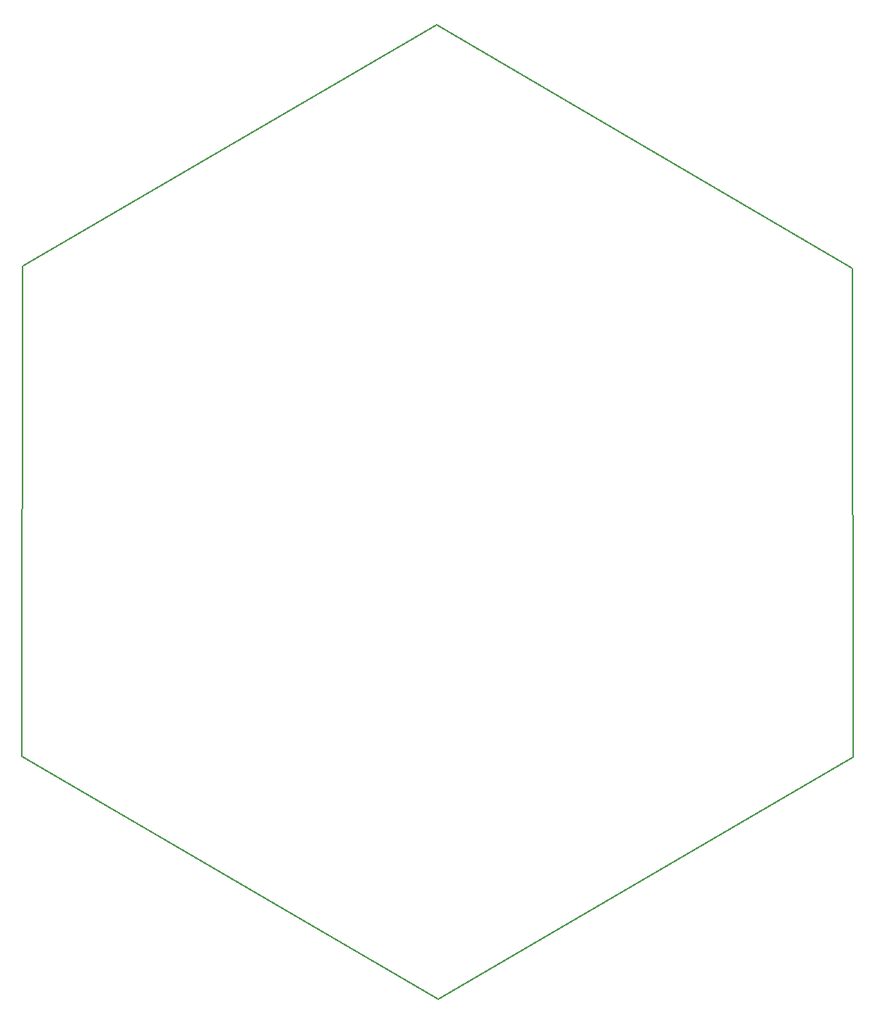
<source format=gm1>
G04 #@! TF.GenerationSoftware,KiCad,Pcbnew,7.0.7*
G04 #@! TF.CreationDate,2023-12-08T11:24:34-06:00*
G04 #@! TF.ProjectId,airplane-keychain,61697270-6c61-46e6-952d-6b6579636861,1*
G04 #@! TF.SameCoordinates,Original*
G04 #@! TF.FileFunction,Profile,NP*
%FSLAX46Y46*%
G04 Gerber Fmt 4.6, Leading zero omitted, Abs format (unit mm)*
G04 Created by KiCad (PCBNEW 7.0.7) date 2023-12-08 11:24:34*
%MOMM*%
%LPD*%
G01*
G04 APERTURE LIST*
G04 #@! TA.AperFunction,Profile*
%ADD10C,0.150000*%
G04 #@! TD*
G04 APERTURE END LIST*
D10*
X84100000Y-123600000D02*
X84200000Y-68400000D01*
X177800000Y-123700000D02*
X131000000Y-150900000D01*
X177700000Y-68600000D02*
X177800000Y-123700000D01*
X130900000Y-41200000D02*
X177700000Y-68600000D01*
X84200000Y-68400000D02*
X130900000Y-41200000D01*
X131000000Y-150900000D02*
X84100000Y-123600000D01*
M02*

</source>
